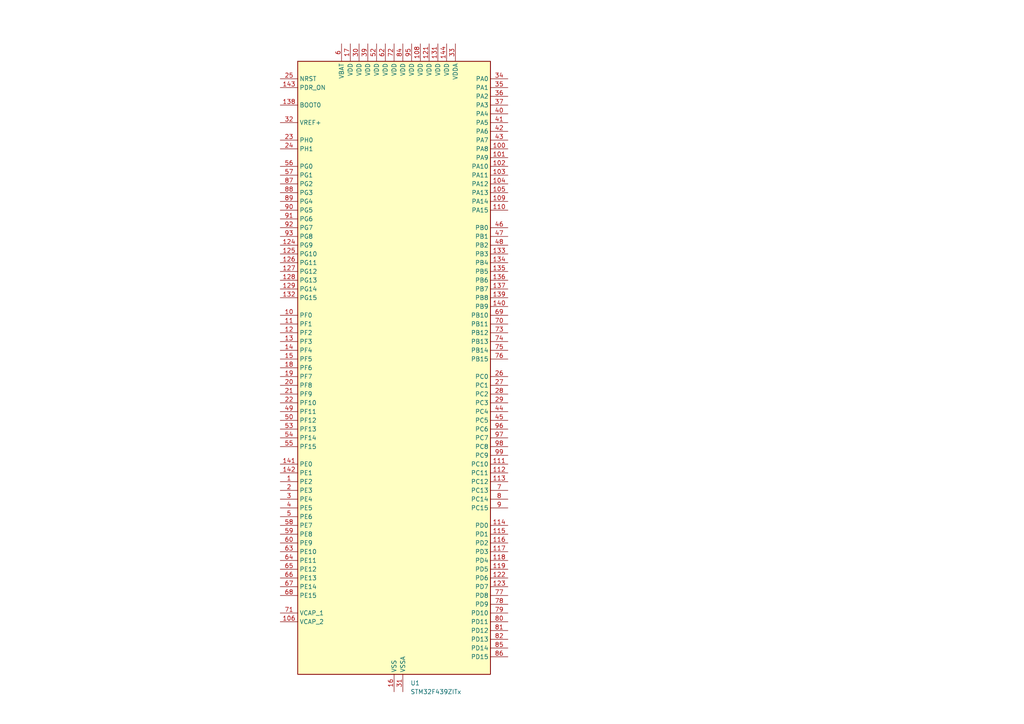
<source format=kicad_sch>
(kicad_sch (version 20231120) (generator "eeschema") (generator_version "8.0")
  (paper "A4")
  (lib_symbols
    (symbol "MCU_ST_STM32F4:STM32F439ZITx"
      (property "Reference" "U" (at -27.94 90.17 0))
      (property "Value" "STM32F439ZITx" (at 20.32 90.17 0))
      (symbol "STM32F439ZITx_0_1"
        (rectangle (start -27.94 -88.9) (end 27.94 88.9) (stroke (width 0.254)) (fill (type background)))
      )
      (symbol "STM32F439ZITx_1_1"
        (pin bidirectional line (at -33.02 -33.02 0) (length 5.08) (name "PE2") (number "1"))
        (pin bidirectional line (at -33.02 15.24 0) (length 5.08) (name "PF0") (number "10"))
        (pin bidirectional line (at 33.02 63.5 180) (length 5.08) (name "PA8") (number "100"))
        (pin bidirectional line (at 33.02 60.96 180) (length 5.08) (name "PA9") (number "101"))
        (pin bidirectional line (at 33.02 58.42 180) (length 5.08) (name "PA10") (number "102"))
        (pin bidirectional line (at 33.02 55.88 180) (length 5.08) (name "PA11") (number "103"))
        (pin bidirectional line (at 33.02 53.34 180) (length 5.08) (name "PA12") (number "104"))
        (pin bidirectional line (at 33.02 50.8 180) (length 5.08) (name "PA13") (number "105"))
        (pin power_out line (at -33.02 -73.66 0) (length 5.08) (name "VCAP_2") (number "106"))
        (pin passive line (at 0 -93.98 90) (length 5.08) hide (name "VSS") (number "107"))
        (pin power_in line (at 7.62 93.98 270) (length 5.08) (name "VDD") (number "108"))
        (pin bidirectional line (at 33.02 48.26 180) (length 5.08) (name "PA14") (number "109"))
        (pin bidirectional line (at -33.02 12.7 0) (length 5.08) (name "PF1") (number "11"))
        (pin bidirectional line (at 33.02 45.72 180) (length 5.08) (name "PA15") (number "110"))
        (pin bidirectional line (at 33.02 -27.94 180) (length 5.08) (name "PC10") (number "111"))
        (pin bidirectional line (at 33.02 -30.48 180) (length 5.08) (name "PC11") (number "112"))
        (pin bidirectional line (at 33.02 -33.02 180) (length 5.08) (name "PC12") (number "113"))
        (pin bidirectional line (at 33.02 -45.72 180) (length 5.08) (name "PD0") (number "114"))
        (pin bidirectional line (at 33.02 -48.26 180) (length 5.08) (name "PD1") (number "115"))
        (pin bidirectional line (at 33.02 -50.8 180) (length 5.08) (name "PD2") (number "116"))
        (pin bidirectional line (at 33.02 -53.34 180) (length 5.08) (name "PD3") (number "117"))
        (pin bidirectional line (at 33.02 -55.88 180) (length 5.08) (name "PD4") (number "118"))
        (pin bidirectional line (at 33.02 -58.42 180) (length 5.08) (name "PD5") (number "119"))
        (pin bidirectional line (at -33.02 10.16 0) (length 5.08) (name "PF2") (number "12"))
        (pin passive line (at 0 -93.98 90) (length 5.08) hide (name "VSS") (number "120"))
        (pin power_in line (at 10.16 93.98 270) (length 5.08) (name "VDD") (number "121"))
        (pin bidirectional line (at 33.02 -60.96 180) (length 5.08) (name "PD6") (number "122"))
        (pin bidirectional line (at 33.02 -63.5 180) (length 5.08) (name "PD7") (number "123"))
        (pin bidirectional line (at -33.02 35.56 0) (length 5.08) (name "PG9") (number "124"))
        (pin bidirectional line (at -33.02 33.02 0) (length 5.08) (name "PG10") (number "125"))
        (pin bidirectional line (at -33.02 30.48 0) (length 5.08) (name "PG11") (number "126"))
        (pin bidirectional line (at -33.02 27.94 0) (length 5.08) (name "PG12") (number "127"))
        (pin bidirectional line (at -33.02 25.4 0) (length 5.08) (name "PG13") (number "128"))
        (pin bidirectional line (at -33.02 22.86 0) (length 5.08) (name "PG14") (number "129"))
        (pin bidirectional line (at -33.02 7.62 0) (length 5.08) (name "PF3") (number "13"))
        (pin passive line (at 0 -93.98 90) (length 5.08) hide (name "VSS") (number "130"))
        (pin power_in line (at 12.7 93.98 270) (length 5.08) (name "VDD") (number "131"))
        (pin bidirectional line (at -33.02 20.32 0) (length 5.08) (name "PG15") (number "132"))
        (pin bidirectional line (at 33.02 33.02 180) (length 5.08) (name "PB3") (number "133"))
        (pin bidirectional line (at 33.02 30.48 180) (length 5.08) (name "PB4") (number "134"))
        (pin bidirectional line (at 33.02 27.94 180) (length 5.08) (name "PB5") (number "135"))
        (pin bidirectional line (at 33.02 25.4 180) (length 5.08) (name "PB6") (number "136"))
        (pin bidirectional line (at 33.02 22.86 180) (length 5.08) (name "PB7") (number "137"))
        (pin input line (at -33.02 76.2 0) (length 5.08) (name "BOOT0") (number "138"))
        (pin bidirectional line (at 33.02 20.32 180) (length 5.08) (name "PB8") (number "139"))
        (pin bidirectional line (at -33.02 5.08 0) (length 5.08) (name "PF4") (number "14"))
        (pin bidirectional line (at 33.02 17.78 180) (length 5.08) (name "PB9") (number "140"))
        (pin bidirectional line (at -33.02 -27.94 0) (length 5.08) (name "PE0") (number "141"))
        (pin bidirectional line (at -33.02 -30.48 0) (length 5.08) (name "PE1") (number "142"))
        (pin input line (at -33.02 81.28 0) (length 5.08) (name "PDR_ON") (number "143"))
        (pin power_in line (at 15.24 93.98 270) (length 5.08) (name "VDD") (number "144"))
        (pin bidirectional line (at -33.02 2.54 0) (length 5.08) (name "PF5") (number "15"))
        (pin power_in line (at 0 -93.98 90) (length 5.08) (name "VSS") (number "16"))
        (pin power_in line (at -12.7 93.98 270) (length 5.08) (name "VDD") (number "17"))
        (pin bidirectional line (at -33.02 0 0) (length 5.08) (name "PF6") (number "18"))
        (pin bidirectional line (at -33.02 -2.54 0) (length 5.08) (name "PF7") (number "19"))
        (pin bidirectional line (at -33.02 -35.56 0) (length 5.08) (name "PE3") (number "2"))
        (pin bidirectional line (at -33.02 -5.08 0) (length 5.08) (name "PF8") (number "20"))
        (pin bidirectional line (at -33.02 -7.62 0) (length 5.08) (name "PF9") (number "21"))
        (pin bidirectional line (at -33.02 -10.16 0) (length 5.08) (name "PF10") (number "22"))
        (pin bidirectional line (at -33.02 66.04 0) (length 5.08) (name "PH0") (number "23"))
        (pin bidirectional line (at -33.02 63.5 0) (length 5.08) (name "PH1") (number "24"))
        (pin input line (at -33.02 83.82 0) (length 5.08) (name "NRST") (number "25"))
        (pin bidirectional line (at 33.02 -2.54 180) (length 5.08) (name "PC0") (number "26"))
        (pin bidirectional line (at 33.02 -5.08 180) (length 5.08) (name "PC1") (number "27"))
        (pin bidirectional line (at 33.02 -7.62 180) (length 5.08) (name "PC2") (number "28"))
        (pin bidirectional line (at 33.02 -10.16 180) (length 5.08) (name "PC3") (number "29"))
        (pin bidirectional line (at -33.02 -38.1 0) (length 5.08) (name "PE4") (number "3"))
        (pin power_in line (at -10.16 93.98 270) (length 5.08) (name "VDD") (number "30"))
        (pin power_in line (at 2.54 -93.98 90) (length 5.08) (name "VSSA") (number "31"))
        (pin input line (at -33.02 71.12 0) (length 5.08) (name "VREF+") (number "32"))
        (pin power_in line (at 17.78 93.98 270) (length 5.08) (name "VDDA") (number "33"))
        (pin bidirectional line (at 33.02 83.82 180) (length 5.08) (name "PA0") (number "34"))
        (pin bidirectional line (at 33.02 81.28 180) (length 5.08) (name "PA1") (number "35"))
        (pin bidirectional line (at 33.02 78.74 180) (length 5.08) (name "PA2") (number "36"))
        (pin bidirectional line (at 33.02 76.2 180) (length 5.08) (name "PA3") (number "37"))
        (pin passive line (at 0 -93.98 90) (length 5.08) hide (name "VSS") (number "38"))
        (pin power_in line (at -7.62 93.98 270) (length 5.08) (name "VDD") (number "39"))
        (pin bidirectional line (at -33.02 -40.64 0) (length 5.08) (name "PE5") (number "4"))
        (pin bidirectional line (at 33.02 73.66 180) (length 5.08) (name "PA4") (number "40"))
        (pin bidirectional line (at 33.02 71.12 180) (length 5.08) (name "PA5") (number "41"))
        (pin bidirectional line (at 33.02 68.58 180) (length 5.08) (name "PA6") (number "42"))
        (pin bidirectional line (at 33.02 66.04 180) (length 5.08) (name "PA7") (number "43"))
        (pin bidirectional line (at 33.02 -12.7 180) (length 5.08) (name "PC4") (number "44"))
        (pin bidirectional line (at 33.02 -15.24 180) (length 5.08) (name "PC5") (number "45"))
        (pin bidirectional line (at 33.02 40.64 180) (length 5.08) (name "PB0") (number "46"))
        (pin bidirectional line (at 33.02 38.1 180) (length 5.08) (name "PB1") (number "47"))
        (pin bidirectional line (at 33.02 35.56 180) (length 5.08) (name "PB2") (number "48"))
        (pin bidirectional line (at -33.02 -12.7 0) (length 5.08) (name "PF11") (number "49"))
        (pin bidirectional line (at -33.02 -43.18 0) (length 5.08) (name "PE6") (number "5"))
        (pin bidirectional line (at -33.02 -15.24 0) (length 5.08) (name "PF12") (number "50"))
        (pin passive line (at 0 -93.98 90) (length 5.08) hide (name "VSS") (number "51"))
        (pin power_in line (at -5.08 93.98 270) (length 5.08) (name "VDD") (number "52"))
        (pin bidirectional line (at -33.02 -17.78 0) (length 5.08) (name "PF13") (number "53"))
        (pin bidirectional line (at -33.02 -20.32 0) (length 5.08) (name "PF14") (number "54"))
        (pin bidirectional line (at -33.02 -22.86 0) (length 5.08) (name "PF15") (number "55"))
        (pin bidirectional line (at -33.02 58.42 0) (length 5.08) (name "PG0") (number "56"))
        (pin bidirectional line (at -33.02 55.88 0) (length 5.08) (name "PG1") (number "57"))
        (pin bidirectional line (at -33.02 -45.72 0) (length 5.08) (name "PE7") (number "58"))
        (pin bidirectional line (at -33.02 -48.26 0) (length 5.08) (name "PE8") (number "59"))
        (pin power_in line (at -15.24 93.98 270) (length 5.08) (name "VBAT") (number "6"))
        (pin bidirectional line (at -33.02 -50.8 0) (length 5.08) (name "PE9") (number "60"))
        (pin passive line (at 0 -93.98 90) (length 5.08) hide (name "VSS") (number "61"))
        (pin power_in line (at -2.54 93.98 270) (length 5.08) (name "VDD") (number "62"))
        (pin bidirectional line (at -33.02 -53.34 0) (length 5.08) (name "PE10") (number "63"))
        (pin bidirectional line (at -33.02 -55.88 0) (length 5.08) (name "PE11") (number "64"))
        (pin bidirectional line (at -33.02 -58.42 0) (length 5.08) (name "PE12") (number "65"))
        (pin bidirectional line (at -33.02 -60.96 0) (length 5.08) (name "PE13") (number "66"))
        (pin bidirectional line (at -33.02 -63.5 0) (length 5.08) (name "PE14") (number "67"))
        (pin bidirectional line (at -33.02 -66.04 0) (length 5.08) (name "PE15") (number "68"))
        (pin bidirectional line (at 33.02 15.24 180) (length 5.08) (name "PB10") (number "69"))
        (pin bidirectional line (at 33.02 -35.56 180) (length 5.08) (name "PC13") (number "7"))
        (pin bidirectional line (at 33.02 12.7 180) (length 5.08) (name "PB11") (number "70"))
        (pin power_out line (at -33.02 -71.12 0) (length 5.08) (name "VCAP_1") (number "71"))
        (pin power_in line (at 0 93.98 270) (length 5.08) (name "VDD") (number "72"))
        (pin bidirectional line (at 33.02 10.16 180) (length 5.08) (name "PB12") (number "73"))
        (pin bidirectional line (at 33.02 7.62 180) (length 5.08) (name "PB13") (number "74"))
        (pin bidirectional line (at 33.02 5.08 180) (length 5.08) (name "PB14") (number "75"))
        (pin bidirectional line (at 33.02 2.54 180) (length 5.08) (name "PB15") (number "76"))
        (pin bidirectional line (at 33.02 -66.04 180) (length 5.08) (name "PD8") (number "77"))
        (pin bidirectional line (at 33.02 -68.58 180) (length 5.08) (name "PD9") (number "78"))
        (pin bidirectional line (at 33.02 -71.12 180) (length 5.08) (name "PD10") (number "79"))
        (pin bidirectional line (at 33.02 -38.1 180) (length 5.08) (name "PC14") (number "8"))
        (pin bidirectional line (at 33.02 -73.66 180) (length 5.08) (name "PD11") (number "80"))
        (pin bidirectional line (at 33.02 -76.2 180) (length 5.08) (name "PD12") (number "81"))
        (pin bidirectional line (at 33.02 -78.74 180) (length 5.08) (name "PD13") (number "82"))
        (pin passive line (at 0 -93.98 90) (length 5.08) hide (name "VSS") (number "83"))
        (pin power_in line (at 2.54 93.98 270) (length 5.08) (name "VDD") (number "84"))
        (pin bidirectional line (at 33.02 -81.28 180) (length 5.08) (name "PD14") (number "85"))
        (pin bidirectional line (at 33.02 -83.82 180) (length 5.08) (name "PD15") (number "86"))
        (pin bidirectional line (at -33.02 53.34 0) (length 5.08) (name "PG2") (number "87"))
        (pin bidirectional line (at -33.02 50.8 0) (length 5.08) (name "PG3") (number "88"))
        (pin bidirectional line (at -33.02 48.26 0) (length 5.08) (name "PG4") (number "89"))
        (pin bidirectional line (at 33.02 -40.64 180) (length 5.08) (name "PC15") (number "9"))
        (pin bidirectional line (at -33.02 45.72 0) (length 5.08) (name "PG5") (number "90"))
        (pin bidirectional line (at -33.02 43.18 0) (length 5.08) (name "PG6") (number "91"))
        (pin bidirectional line (at -33.02 40.64 0) (length 5.08) (name "PG7") (number "92"))
        (pin bidirectional line (at -33.02 38.1 0) (length 5.08) (name "PG8") (number "93"))
        (pin passive line (at 0 -93.98 90) (length 5.08) hide (name "VSS") (number "94"))
        (pin power_in line (at 5.08 93.98 270) (length 5.08) (name "VDD") (number "95"))
        (pin bidirectional line (at 33.02 -17.78 180) (length 5.08) (name "PC6") (number "96"))
        (pin bidirectional line (at 33.02 -20.32 180) (length 5.08) (name "PC7") (number "97"))
        (pin bidirectional line (at 33.02 -22.86 180) (length 5.08) (name "PC8") (number "98"))
        (pin bidirectional line (at 33.02 -25.4 180) (length 5.08) (name "PC9") (number "99"))
      )
    )
  )
  (symbol (lib_id "MCU_ST_STM32F4:STM32F439ZITx") (at 114.3 106.68 0) (unit 1)
    (property "Reference" "U1" (at 119.0341 198.12 0) (effects (justify left)))
    (property "Value" "STM32F439ZITx" (at 119.0341 200.66 0) (effects (justify left)))
    (property "Footprint" "Package_QFP:LQFP-144_20x20mm_P0.5mm" (effects (hide yes)))
    (property "Datasheet" "https://www.st.com/resource/en/datasheet/stm32f439zi.pdf" (effects (hide yes)))
    (property "Description" "STMicroelectronics Arm Cortex-M4 MCU, 2048KB flash, 256KB RAM, 180 MHz, 1.7-3.6V, 114 GPIO, LQFP144" (effects (hide yes)))
  )
)
</source>
